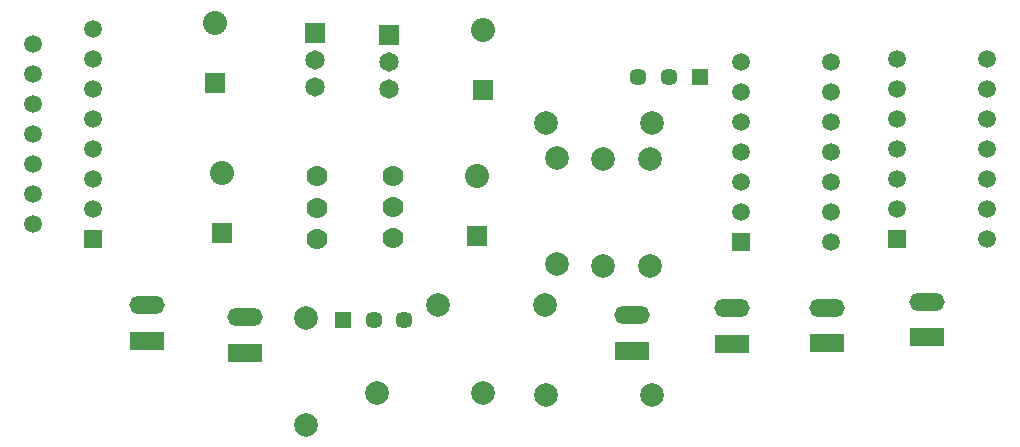
<source format=gbr>
%TF.GenerationSoftware,Altium Limited,Altium Designer,25.8.1 (18)*%
G04 Layer_Color=255*
%FSLAX45Y45*%
%MOMM*%
%TF.SameCoordinates,5194DE87-2E3A-4D0E-B7FB-1F2D01658319*%
%TF.FilePolarity,Positive*%
%TF.FileFunction,Pads,Bot*%
%TF.Part,Single*%
G01*
G75*
%TA.AperFunction,ComponentPad*%
%ADD13O,3.00000X1.50000*%
%ADD14R,3.00000X1.50000*%
%ADD15C,1.50000*%
%ADD16C,2.00000*%
%ADD17C,1.65100*%
%ADD18C,1.45000*%
%ADD19R,1.45000X1.45000*%
%ADD20C,2.03200*%
%ADD21R,1.65100X1.65100*%
%ADD22C,1.77800*%
%ADD23R,1.77800X1.77800*%
%ADD24R,1.50000X1.50000*%
D13*
X8763000Y6134100D02*
D03*
X11264900Y6248400D02*
D03*
X10414000Y6197600D02*
D03*
X9613900Y6192800D02*
D03*
X5486400Y6116600D02*
D03*
X4660900Y6218200D02*
D03*
D14*
X8763000Y5834100D02*
D03*
X5486400Y5816600D02*
D03*
X4660900Y5918200D02*
D03*
X9613900Y5892800D02*
D03*
X10414000Y5897600D02*
D03*
X11264900Y5948400D02*
D03*
D15*
X11772900Y6781800D02*
D03*
X10452100Y6756400D02*
D03*
X4203700Y7797800D02*
D03*
X3695700Y7670800D02*
D03*
X10452100Y7010400D02*
D03*
Y7264400D02*
D03*
Y7772400D02*
D03*
Y8026400D02*
D03*
X9690100Y8280400D02*
D03*
X11772900Y7035800D02*
D03*
Y7543800D02*
D03*
Y8051800D02*
D03*
X11010900Y8305800D02*
D03*
Y7797800D02*
D03*
Y7289800D02*
D03*
X9690100Y8026400D02*
D03*
X3695700Y7162800D02*
D03*
X10452100Y8280400D02*
D03*
Y7518400D02*
D03*
X9690100Y7772400D02*
D03*
Y7518400D02*
D03*
Y7264400D02*
D03*
Y7010400D02*
D03*
X11772900Y8305800D02*
D03*
Y7797800D02*
D03*
Y7289800D02*
D03*
X11010900Y8051800D02*
D03*
Y7543800D02*
D03*
Y7035800D02*
D03*
X3695700Y6908800D02*
D03*
X4203700Y7035800D02*
D03*
Y7289800D02*
D03*
X3695700Y7416800D02*
D03*
X4203700Y7543800D02*
D03*
X3695700Y7924800D02*
D03*
X4203700Y8051800D02*
D03*
X3695700Y8178800D02*
D03*
X4203700Y8305800D02*
D03*
X3695700Y8432800D02*
D03*
X4203700Y8559800D02*
D03*
D16*
X8026400Y6223000D02*
D03*
X8128000Y7465900D02*
D03*
X8939100Y5461000D02*
D03*
X8039100D02*
D03*
X6604000Y5473700D02*
D03*
X7504000D02*
D03*
X8939100Y7759700D02*
D03*
X7126400Y6223000D02*
D03*
X8915400Y7453200D02*
D03*
X6007100Y6108700D02*
D03*
Y5208700D02*
D03*
X8039100Y7759700D02*
D03*
X8915400Y6553200D02*
D03*
X8128000Y6565900D02*
D03*
X8521700Y6554900D02*
D03*
Y7454900D02*
D03*
D17*
X6705600Y8051800D02*
D03*
X6083300Y8064500D02*
D03*
Y8293100D02*
D03*
X6705600Y8280400D02*
D03*
D18*
X6838600Y6096000D02*
D03*
X8820500Y8153500D02*
D03*
X9080500D02*
D03*
X6578600Y6096000D02*
D03*
D19*
X9340500Y8153500D02*
D03*
X6318600Y6096000D02*
D03*
D20*
X7505700Y8547100D02*
D03*
X5232400Y8610600D02*
D03*
X5295900Y7340600D02*
D03*
X7454900Y7315200D02*
D03*
D21*
X6705600Y8509000D02*
D03*
X6083300Y8521700D02*
D03*
D22*
X6096000Y7309800D02*
D03*
X6743700Y6784500D02*
D03*
X6096000Y6781800D02*
D03*
Y7045800D02*
D03*
X6743700Y7312500D02*
D03*
Y7048500D02*
D03*
D23*
X7454900Y6807200D02*
D03*
X5295900Y6832600D02*
D03*
X7505700Y8039100D02*
D03*
X5232400Y8102600D02*
D03*
D24*
X9690100Y6756400D02*
D03*
X11010900Y6781800D02*
D03*
X4203700D02*
D03*
%TF.MD5,174e3006f116452b35a3fc682c225d19*%
M02*

</source>
